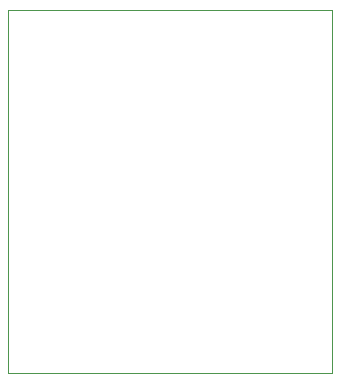
<source format=gbr>
%TF.GenerationSoftware,KiCad,Pcbnew,(6.0.2-0)*%
%TF.CreationDate,2023-05-03T15:41:36+02:00*%
%TF.ProjectId,Board_mikrobus_Nice1280_TCXO,426f6172-645f-46d6-996b-726f6275735f,rev?*%
%TF.SameCoordinates,Original*%
%TF.FileFunction,Profile,NP*%
%FSLAX46Y46*%
G04 Gerber Fmt 4.6, Leading zero omitted, Abs format (unit mm)*
G04 Created by KiCad (PCBNEW (6.0.2-0)) date 2023-05-03 15:41:36*
%MOMM*%
%LPD*%
G01*
G04 APERTURE LIST*
%TA.AperFunction,Profile*%
%ADD10C,0.050000*%
%TD*%
G04 APERTURE END LIST*
D10*
X151239000Y-66331000D02*
X123807000Y-66331000D01*
X151239000Y-97065000D02*
X151239000Y-66331000D01*
X123807000Y-66331000D02*
X123807000Y-97065000D01*
X123807000Y-97065000D02*
X151239000Y-97065000D01*
M02*

</source>
